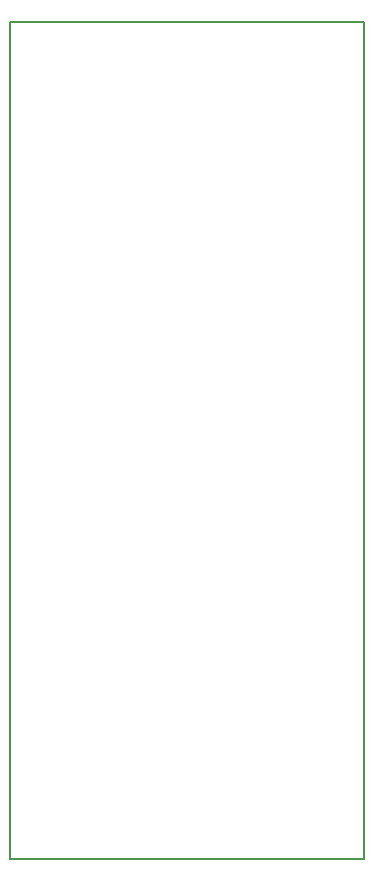
<source format=gm1>
G04 Layer_Color=16711935*
%FSLAX25Y25*%
%MOIN*%
G70*
G01*
G75*
%ADD17C,0.00787*%
D17*
X118091Y-279000D02*
Y0D01*
X-20Y-279000D02*
Y0D01*
Y-279000D02*
X118091D01*
X-20Y0D02*
X118091D01*
M02*

</source>
